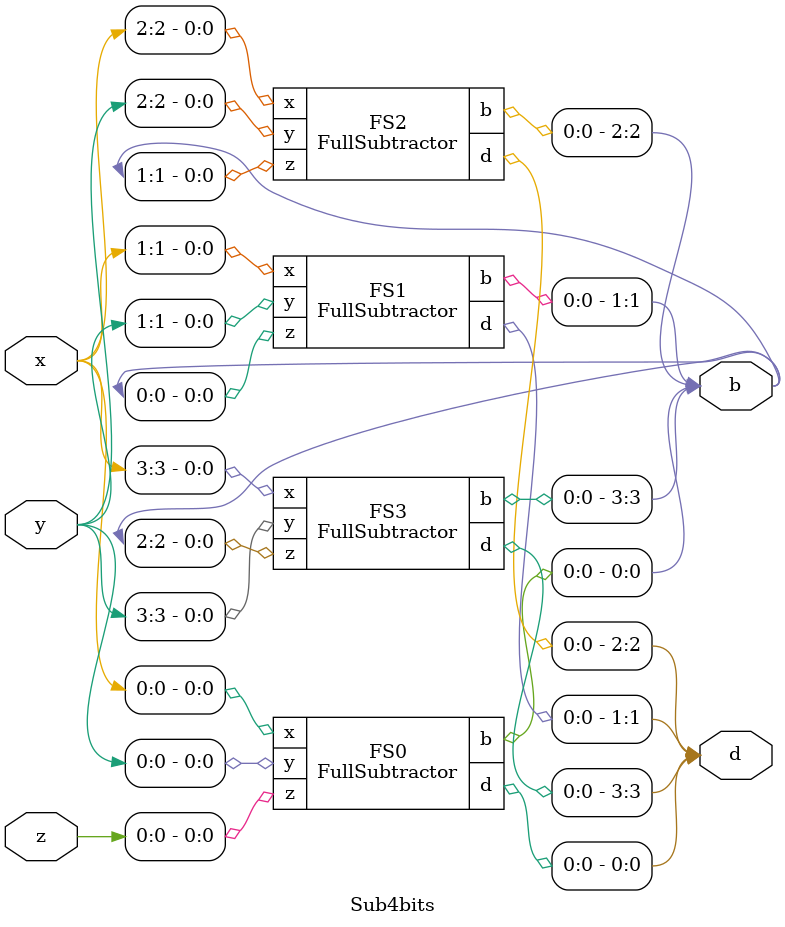
<source format=v>
module FullSubtractor( x, y, z, d, b );

input x, y, z;
output d, b;

assign d = x^y^z;
assign b = (~x&(y^z))|(y&z);

endmodule

module Sub4bits(x, y, z, d, b);
  input [3:0] x, y;
  input [3:0] z;
  output[3:0] d, b;
  
  FullSubtractor FS0(x[0], y[0], z[0], d[0], b[0]);
  FullSubtractor FS1(x[1], y[1], b[0], d[1], b[1]);
  FullSubtractor FS2(x[2], y[2], b[1], d[2], b[2]);
  FullSubtractor FS3(x[3], y[3], b[2], d[3], b[3]);
  
  
  
endmodule
</source>
